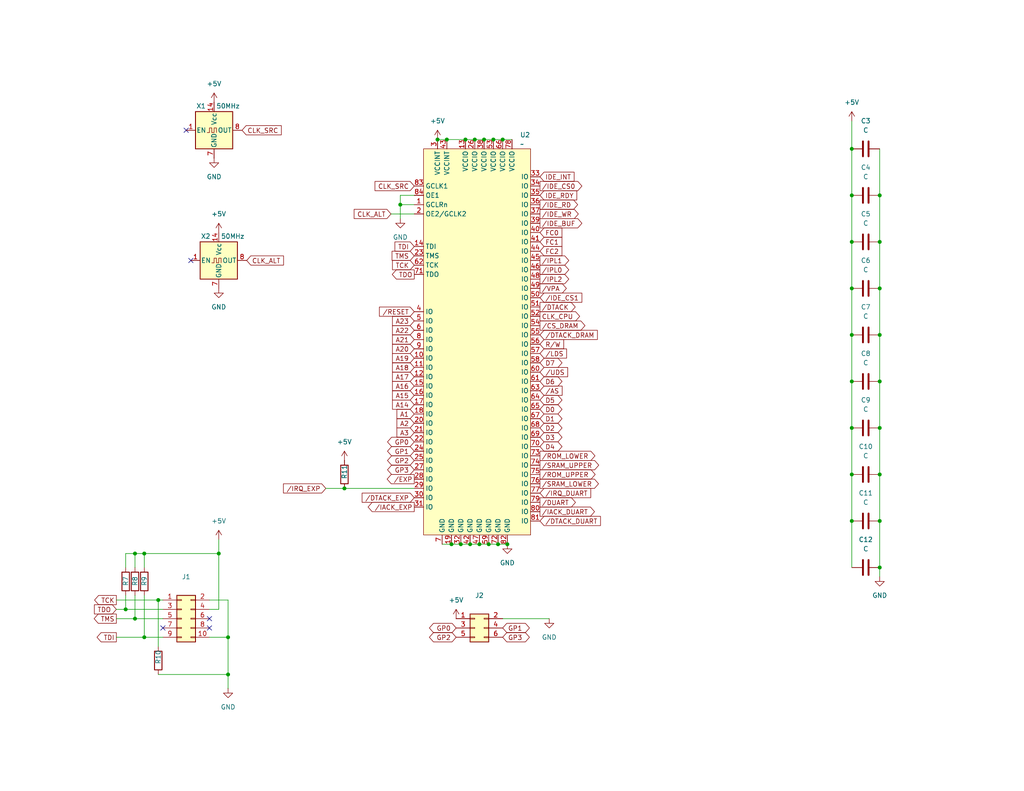
<source format=kicad_sch>
(kicad_sch (version 20231120) (generator "eeschema") (generator_version "8.0")
  (paper "A")
  (title_block (title "Mackerel-10 SBC v1.1") (date "2024-10-27") (rev "1.1a") (company "Colin Maykish"))
  (lib_symbols
    (symbol "Connector_Generic:Conn_02x03_Odd_Even" (pin_names (offset 1.016) hide)
      (property "Reference" "J" (at 1.27 5.08 0))
      (property "Value" "Conn_02x03_Odd_Even" (at 1.27 -5.08 0))
      (symbol "Conn_02x03_Odd_Even_1_1"
        (rectangle (start -1.27 -2.413) (end 0 -2.667) (stroke (width 0.1524)))
        (rectangle (start -1.27 0.127) (end 0 -0.127) (stroke (width 0.1524)))
        (rectangle (start -1.27 2.667) (end 0 2.413) (stroke (width 0.1524)))
        (rectangle (start -1.27 3.81) (end 3.81 -3.81) (stroke (width 0.254)) (fill (type background)))
        (rectangle (start 3.81 -2.413) (end 2.54 -2.667) (stroke (width 0.1524)))
        (rectangle (start 3.81 0.127) (end 2.54 -0.127) (stroke (width 0.1524)))
        (rectangle (start 3.81 2.667) (end 2.54 2.413) (stroke (width 0.1524)))
        (pin passive line (at -5.08 2.54 0) (length 3.81) (name "Pin_1") (number "1"))
        (pin passive line (at 7.62 2.54 180) (length 3.81) (name "Pin_2") (number "2"))
        (pin passive line (at -5.08 0 0) (length 3.81) (name "Pin_3") (number "3"))
        (pin passive line (at 7.62 0 180) (length 3.81) (name "Pin_4") (number "4"))
        (pin passive line (at -5.08 -2.54 0) (length 3.81) (name "Pin_5") (number "5"))
        (pin passive line (at 7.62 -2.54 180) (length 3.81) (name "Pin_6") (number "6"))
      )
    )
    (symbol "Connector_Generic:Conn_02x05_Odd_Even" (pin_names (offset 1.016) hide)
      (property "Reference" "J" (at 1.27 7.62 0))
      (property "Value" "Conn_02x05_Odd_Even" (at 1.27 -7.62 0))
      (symbol "Conn_02x05_Odd_Even_1_1"
        (rectangle (start -1.27 -4.953) (end 0 -5.207) (stroke (width 0.1524)))
        (rectangle (start -1.27 -2.413) (end 0 -2.667) (stroke (width 0.1524)))
        (rectangle (start -1.27 0.127) (end 0 -0.127) (stroke (width 0.1524)))
        (rectangle (start -1.27 2.667) (end 0 2.413) (stroke (width 0.1524)))
        (rectangle (start -1.27 5.207) (end 0 4.953) (stroke (width 0.1524)))
        (rectangle (start -1.27 6.35) (end 3.81 -6.35) (stroke (width 0.254)) (fill (type background)))
        (rectangle (start 3.81 -4.953) (end 2.54 -5.207) (stroke (width 0.1524)))
        (rectangle (start 3.81 -2.413) (end 2.54 -2.667) (stroke (width 0.1524)))
        (rectangle (start 3.81 0.127) (end 2.54 -0.127) (stroke (width 0.1524)))
        (rectangle (start 3.81 2.667) (end 2.54 2.413) (stroke (width 0.1524)))
        (rectangle (start 3.81 5.207) (end 2.54 4.953) (stroke (width 0.1524)))
        (pin passive line (at -5.08 5.08 0) (length 3.81) (name "Pin_1") (number "1"))
        (pin passive line (at 7.62 -5.08 180) (length 3.81) (name "Pin_10") (number "10"))
        (pin passive line (at 7.62 5.08 180) (length 3.81) (name "Pin_2") (number "2"))
        (pin passive line (at -5.08 2.54 0) (length 3.81) (name "Pin_3") (number "3"))
        (pin passive line (at 7.62 2.54 180) (length 3.81) (name "Pin_4") (number "4"))
        (pin passive line (at -5.08 0 0) (length 3.81) (name "Pin_5") (number "5"))
        (pin passive line (at 7.62 0 180) (length 3.81) (name "Pin_6") (number "6"))
        (pin passive line (at -5.08 -2.54 0) (length 3.81) (name "Pin_7") (number "7"))
        (pin passive line (at 7.62 -2.54 180) (length 3.81) (name "Pin_8") (number "8"))
        (pin passive line (at -5.08 -5.08 0) (length 3.81) (name "Pin_9") (number "9"))
      )
    )
    (symbol "Device:C" (pin_numbers hide) (pin_names (offset 0.254))
      (property "Reference" "C" (at 0.635 2.54 0))
      (property "Value" "C" (at 0.635 -2.54 0))
      (symbol "C_0_1"
        (polyline (pts (xy -2.032 -0.762) (xy 2.032 -0.762)) (stroke (width 0.508)))
        (polyline (pts (xy -2.032 0.762) (xy 2.032 0.762)) (stroke (width 0.508)))
      )
      (symbol "C_1_1"
        (pin passive line (at 0 3.81 270) (length 2.794) (name "~") (number "1"))
        (pin passive line (at 0 -3.81 90) (length 2.794) (name "~") (number "2"))
      )
    )
    (symbol "Device:R" (pin_numbers hide) (pin_names (offset 0))
      (property "Reference" "R" (at 2.032 0 90))
      (property "Value" "R" (at 0 0 90))
      (symbol "R_0_1"
        (rectangle (start -1.016 -2.54) (end 1.016 2.54) (stroke (width 0.254)))
      )
      (symbol "R_1_1"
        (pin passive line (at 0 3.81 270) (length 1.27) (name "~") (number "1"))
        (pin passive line (at 0 -3.81 90) (length 1.27) (name "~") (number "2"))
      )
    )
    (symbol "Oscillator:CXO_DIP14" (pin_names (offset 0.254))
      (property "Reference" "X" (at -5.08 6.35 0))
      (property "Value" "CXO_DIP14" (at 1.27 -6.35 0))
      (symbol "CXO_DIP14_0_1"
        (rectangle (start -5.08 5.08) (end 5.08 -5.08) (stroke (width 0.254)) (fill (type background)))
        (polyline (pts (xy -1.905 -0.635) (xy -1.27 -0.635) (xy -1.27 0.635) (xy -0.635 0.635) (xy -0.635 -0.635) (xy 0 -0.635) (xy 0 0.635) (xy 0.635 0.635) (xy 0.635 -0.635)))
      )
      (symbol "CXO_DIP14_1_1"
        (pin input line (at -7.62 0 0) (length 2.54) (name "EN") (number "1"))
        (pin power_in line (at 0 7.62 270) (length 2.54) (name "Vcc") (number "14"))
        (pin power_in line (at 0 -7.62 90) (length 2.54) (name "GND") (number "7"))
        (pin output line (at 7.62 0 180) (length 2.54) (name "OUT") (number "8"))
      )
    )
    (symbol "mackerel-68k-symbols:EPM7128SLC"
      (property "Reference" "U" (at 12.192 55.118 0))
      (symbol "EPM7128SLC_1_1"
        (rectangle (start -15.24 53.34) (end 13.97 -52.07) (fill (type background)))
        (pin input line (at -17.78 38.1 0) (length 2.54) (name "GCLRn") (number "1"))
        (pin bidirectional line (at -17.78 -3.81 0) (length 2.54) (name "IO") (number "10"))
        (pin bidirectional line (at -17.78 -6.35 0) (length 2.54) (name "IO") (number "11"))
        (pin bidirectional line (at -17.78 -8.89 0) (length 2.54) (name "IO") (number "12"))
        (pin power_in line (at -3.81 55.88 270) (length 2.54) (name "VCCIO") (number "13"))
        (pin bidirectional line (at -17.78 26.67 0) (length 2.54) (name "TDI") (number "14"))
        (pin bidirectional line (at -17.78 -11.43 0) (length 2.54) (name "IO") (number "15"))
        (pin bidirectional line (at -17.78 -13.97 0) (length 2.54) (name "IO") (number "16"))
        (pin bidirectional line (at -17.78 -16.51 0) (length 2.54) (name "IO") (number "17"))
        (pin bidirectional line (at -17.78 -19.05 0) (length 2.54) (name "IO") (number "18"))
        (pin power_in line (at -7.62 -54.61 90) (length 2.54) (name "GND") (number "19"))
        (pin input line (at -17.78 35.56 0) (length 2.54) (name "OE2/GCLK2") (number "2"))
        (pin bidirectional line (at -17.78 -21.59 0) (length 2.54) (name "IO") (number "20"))
        (pin bidirectional line (at -17.78 -24.13 0) (length 2.54) (name "IO") (number "21"))
        (pin bidirectional line (at -17.78 -26.67 0) (length 2.54) (name "IO") (number "22"))
        (pin bidirectional line (at -17.78 24.13 0) (length 2.54) (name "TMS") (number "23"))
        (pin bidirectional line (at -17.78 -29.21 0) (length 2.54) (name "IO") (number "24"))
        (pin bidirectional line (at -17.78 -31.75 0) (length 2.54) (name "IO") (number "25"))
        (pin power_in line (at -1.27 55.88 270) (length 2.54) (name "VCCIO") (number "26"))
        (pin bidirectional line (at -17.78 -34.29 0) (length 2.54) (name "IO") (number "27"))
        (pin bidirectional line (at -17.78 -36.83 0) (length 2.54) (name "IO") (number "28"))
        (pin bidirectional line (at -17.78 -39.37 0) (length 2.54) (name "IO") (number "29"))
        (pin power_in line (at -11.43 55.88 270) (length 2.54) (name "VCCINT") (number "3"))
        (pin bidirectional line (at -17.78 -41.91 0) (length 2.54) (name "IO") (number "30"))
        (pin bidirectional line (at -17.78 -44.45 0) (length 2.54) (name "IO") (number "31"))
        (pin power_in line (at -5.08 -54.61 90) (length 2.54) (name "GND") (number "32"))
        (pin bidirectional line (at 16.51 45.72 180) (length 2.54) (name "IO") (number "33"))
        (pin bidirectional line (at 16.51 43.18 180) (length 2.54) (name "IO") (number "34"))
        (pin bidirectional line (at 16.51 40.64 180) (length 2.54) (name "IO") (number "35"))
        (pin bidirectional line (at 16.51 38.1 180) (length 2.54) (name "IO") (number "36"))
        (pin bidirectional line (at 16.51 35.56 180) (length 2.54) (name "IO") (number "37"))
        (pin power_in line (at 1.27 55.88 270) (length 2.54) (name "VCCIO") (number "38"))
        (pin bidirectional line (at 16.51 33.02 180) (length 2.54) (name "IO") (number "39"))
        (pin bidirectional line (at -17.78 8.89 0) (length 2.54) (name "IO") (number "4"))
        (pin bidirectional line (at 16.51 30.48 180) (length 2.54) (name "IO") (number "40"))
        (pin bidirectional line (at 16.51 27.94 180) (length 2.54) (name "IO") (number "41"))
        (pin power_in line (at -2.54 -54.61 90) (length 2.54) (name "GND") (number "42"))
        (pin power_in line (at -8.89 55.88 270) (length 2.54) (name "VCCINT") (number "43"))
        (pin bidirectional line (at 16.51 25.4 180) (length 2.54) (name "IO") (number "44"))
        (pin bidirectional line (at 16.51 22.86 180) (length 2.54) (name "IO") (number "45"))
        (pin bidirectional line (at 16.51 20.32 180) (length 2.54) (name "IO") (number "46"))
        (pin power_in line (at 0 -54.61 90) (length 2.54) (name "GND") (number "47"))
        (pin bidirectional line (at 16.51 17.78 180) (length 2.54) (name "IO") (number "48"))
        (pin bidirectional line (at 16.51 15.24 180) (length 2.54) (name "IO") (number "49"))
        (pin bidirectional line (at -17.78 6.35 0) (length 2.54) (name "IO") (number "5"))
        (pin bidirectional line (at 16.51 12.7 180) (length 2.54) (name "IO") (number "50"))
        (pin bidirectional line (at 16.51 10.16 180) (length 2.54) (name "IO") (number "51"))
        (pin bidirectional line (at 16.51 7.62 180) (length 2.54) (name "IO") (number "52"))
        (pin power_in line (at 3.81 55.88 270) (length 2.54) (name "VCCIO") (number "53"))
        (pin bidirectional line (at 16.51 5.08 180) (length 2.54) (name "IO") (number "54"))
        (pin bidirectional line (at 16.51 2.54 180) (length 2.54) (name "IO") (number "55"))
        (pin bidirectional line (at 16.51 0 180) (length 2.54) (name "IO") (number "56"))
        (pin bidirectional line (at 16.51 -2.54 180) (length 2.54) (name "IO") (number "57"))
        (pin bidirectional line (at 16.51 -5.08 180) (length 2.54) (name "IO") (number "58"))
        (pin power_in line (at 2.54 -54.61 90) (length 2.54) (name "GND") (number "59"))
        (pin bidirectional line (at -17.78 3.81 0) (length 2.54) (name "IO") (number "6"))
        (pin bidirectional line (at 16.51 -7.62 180) (length 2.54) (name "IO") (number "60"))
        (pin bidirectional line (at 16.51 -10.16 180) (length 2.54) (name "IO") (number "61"))
        (pin bidirectional line (at -17.78 21.59 0) (length 2.54) (name "TCK") (number "62"))
        (pin bidirectional line (at 16.51 -12.7 180) (length 2.54) (name "IO") (number "63"))
        (pin bidirectional line (at 16.51 -15.24 180) (length 2.54) (name "IO") (number "64"))
        (pin bidirectional line (at 16.51 -17.78 180) (length 2.54) (name "IO") (number "65"))
        (pin power_in line (at 6.35 55.88 270) (length 2.54) (name "VCCIO") (number "66"))
        (pin bidirectional line (at 16.51 -20.32 180) (length 2.54) (name "IO") (number "67"))
        (pin bidirectional line (at 16.51 -22.86 180) (length 2.54) (name "IO") (number "68"))
        (pin bidirectional line (at 16.51 -25.4 180) (length 2.54) (name "IO") (number "69"))
        (pin power_in line (at -10.16 -54.61 90) (length 2.54) (name "GND") (number "7"))
        (pin bidirectional line (at 16.51 -27.94 180) (length 2.54) (name "IO") (number "70"))
        (pin bidirectional line (at -17.78 19.05 0) (length 2.54) (name "TDO") (number "71"))
        (pin power_in line (at 5.08 -54.61 90) (length 2.54) (name "GND") (number "72"))
        (pin bidirectional line (at 16.51 -30.48 180) (length 2.54) (name "IO") (number "73"))
        (pin bidirectional line (at 16.51 -33.02 180) (length 2.54) (name "IO") (number "74"))
        (pin bidirectional line (at 16.51 -35.56 180) (length 2.54) (name "IO") (number "75"))
        (pin bidirectional line (at 16.51 -38.1 180) (length 2.54) (name "IO") (number "76"))
        (pin bidirectional line (at 16.51 -40.64 180) (length 2.54) (name "IO") (number "77"))
        (pin power_in line (at 8.89 55.88 270) (length 2.54) (name "VCCIO") (number "78"))
        (pin bidirectional line (at 16.51 -43.18 180) (length 2.54) (name "IO") (number "79"))
        (pin bidirectional line (at -17.78 1.27 0) (length 2.54) (name "IO") (number "8"))
        (pin bidirectional line (at 16.51 -45.72 180) (length 2.54) (name "IO") (number "80"))
        (pin bidirectional line (at 16.51 -48.26 180) (length 2.54) (name "IO") (number "81"))
        (pin power_in line (at 7.62 -54.61 90) (length 2.54) (name "GND") (number "82"))
        (pin input line (at -17.78 43.18 0) (length 2.54) (name "GCLK1") (number "83"))
        (pin input line (at -17.78 40.64 0) (length 2.54) (name "OE1") (number "84"))
        (pin bidirectional line (at -17.78 -1.27 0) (length 2.54) (name "IO") (number "9"))
      )
    )
    (symbol "power:+5V" (power) (pin_numbers hide) (pin_names (offset 0) hide)
      (property "Value" "+5V" (at 0 3.556 0))
      (symbol "+5V_0_1"
        (polyline (pts (xy -0.762 1.27) (xy 0 2.54)))
        (polyline (pts (xy 0 0) (xy 0 2.54)))
        (polyline (pts (xy 0 2.54) (xy 0.762 1.27)))
      )
      (symbol "+5V_1_1"
        (pin power_in line (at 0 0 90) (length 0) (name "~") (number "1"))
      )
    )
    (symbol "power:GND" (power) (pin_numbers hide) (pin_names (offset 0) hide)
      (property "Value" "GND" (at 0 -3.81 0))
      (symbol "GND_0_1"
        (polyline (pts (xy 0 0) (xy 0 -1.27) (xy 1.27 -1.27) (xy 0 -2.54) (xy -1.27 -1.27) (xy 0 -1.27)))
      )
      (symbol "GND_1_1"
        (pin power_in line (at 0 0 270) (length 0) (name "~") (number "1"))
      )
    )
  )
  (junction (at 232.41 53.34))
  (junction (at 240.03 129.54))
  (junction (at 240.03 91.44))
  (junction (at 34.29 166.37))
  (junction (at 125.73 148.59))
  (junction (at 123.19 148.59))
  (junction (at 134.62 38.1))
  (junction (at 39.37 151.13))
  (junction (at 129.54 38.1))
  (junction (at 62.23 184.15))
  (junction (at 240.03 142.24))
  (junction (at 232.41 104.14))
  (junction (at 133.35 148.59))
  (junction (at 36.83 168.91))
  (junction (at 138.43 148.59))
  (junction (at 137.16 38.1))
  (junction (at 240.03 53.34))
  (junction (at 232.41 91.44))
  (junction (at 240.03 78.74))
  (junction (at 232.41 78.74))
  (junction (at 240.03 116.84))
  (junction (at 43.18 163.83))
  (junction (at 232.41 129.54))
  (junction (at 232.41 40.64))
  (junction (at 240.03 66.04))
  (junction (at 59.69 151.13))
  (junction (at 132.08 38.1))
  (junction (at 130.81 148.59))
  (junction (at 39.37 173.99))
  (junction (at 240.03 154.94))
  (junction (at 128.27 148.59))
  (junction (at 62.23 173.99))
  (junction (at 232.41 66.04))
  (junction (at 121.92 38.1))
  (junction (at 232.41 116.84))
  (junction (at 127 38.1))
  (junction (at 232.41 142.24))
  (junction (at 36.83 151.13))
  (junction (at 135.89 148.59))
  (junction (at 93.98 133.35))
  (junction (at 109.22 55.88))
  (junction (at 240.03 104.14))
  (junction (at 119.38 38.1))
  (no_connect (at 57.15 171.45))
  (no_connect (at 50.8 35.56))
  (no_connect (at 57.15 168.91))
  (no_connect (at 44.45 171.45))
  (no_connect (at 52.07 71.12))
  (wire (pts (xy 109.22 55.88) (xy 109.22 59.69)))
  (wire (pts (xy 106.68 58.42) (xy 113.03 58.42)))
  (wire (pts (xy 135.89 148.59) (xy 138.43 148.59)))
  (wire (pts (xy 127 38.1) (xy 129.54 38.1)))
  (wire (pts (xy 88.9 133.35) (xy 93.98 133.35)))
  (wire (pts (xy 36.83 154.94) (xy 36.83 151.13)))
  (wire (pts (xy 232.41 33.02) (xy 232.41 40.64)))
  (wire (pts (xy 232.41 142.24) (xy 232.41 154.94)))
  (wire (pts (xy 132.08 38.1) (xy 134.62 38.1)))
  (wire (pts (xy 43.18 184.15) (xy 62.23 184.15)))
  (wire (pts (xy 119.38 38.1) (xy 121.92 38.1)))
  (wire (pts (xy 36.83 151.13) (xy 39.37 151.13)))
  (wire (pts (xy 125.73 148.59) (xy 128.27 148.59)))
  (wire (pts (xy 31.75 173.99) (xy 39.37 173.99)))
  (wire (pts (xy 232.41 66.04) (xy 232.41 78.74)))
  (wire (pts (xy 34.29 162.56) (xy 34.29 166.37)))
  (wire (pts (xy 93.98 133.35) (xy 113.03 133.35)))
  (wire (pts (xy 34.29 151.13) (xy 36.83 151.13)))
  (wire (pts (xy 62.23 173.99) (xy 57.15 173.99)))
  (wire (pts (xy 109.22 53.34) (xy 113.03 53.34)))
  (wire (pts (xy 232.41 40.64) (xy 232.41 53.34)))
  (wire (pts (xy 109.22 55.88) (xy 113.03 55.88)))
  (wire (pts (xy 39.37 151.13) (xy 59.69 151.13)))
  (wire (pts (xy 240.03 53.34) (xy 240.03 66.04)))
  (wire (pts (xy 36.83 168.91) (xy 44.45 168.91)))
  (wire (pts (xy 134.62 38.1) (xy 137.16 38.1)))
  (wire (pts (xy 34.29 154.94) (xy 34.29 151.13)))
  (wire (pts (xy 43.18 163.83) (xy 43.18 176.53)))
  (wire (pts (xy 57.15 163.83) (xy 62.23 163.83)))
  (wire (pts (xy 240.03 40.64) (xy 240.03 53.34)))
  (wire (pts (xy 240.03 104.14) (xy 240.03 116.84)))
  (wire (pts (xy 39.37 162.56) (xy 39.37 173.99)))
  (wire (pts (xy 43.18 163.83) (xy 44.45 163.83)))
  (wire (pts (xy 34.29 166.37) (xy 44.45 166.37)))
  (wire (pts (xy 109.22 55.88) (xy 109.22 53.34)))
  (wire (pts (xy 59.69 151.13) (xy 59.69 166.37)))
  (wire (pts (xy 120.65 148.59) (xy 123.19 148.59)))
  (wire (pts (xy 240.03 154.94) (xy 240.03 142.24)))
  (wire (pts (xy 240.03 142.24) (xy 240.03 129.54)))
  (wire (pts (xy 133.35 148.59) (xy 135.89 148.59)))
  (wire (pts (xy 232.41 129.54) (xy 232.41 142.24)))
  (wire (pts (xy 232.41 91.44) (xy 232.41 104.14)))
  (wire (pts (xy 240.03 157.48) (xy 240.03 154.94)))
  (wire (pts (xy 232.41 53.34) (xy 232.41 66.04)))
  (wire (pts (xy 240.03 78.74) (xy 240.03 91.44)))
  (wire (pts (xy 59.69 166.37) (xy 57.15 166.37)))
  (wire (pts (xy 240.03 66.04) (xy 240.03 78.74)))
  (wire (pts (xy 31.75 163.83) (xy 43.18 163.83)))
  (wire (pts (xy 149.86 168.91) (xy 137.16 168.91)))
  (wire (pts (xy 39.37 154.94) (xy 39.37 151.13)))
  (wire (pts (xy 240.03 91.44) (xy 240.03 104.14)))
  (wire (pts (xy 240.03 116.84) (xy 240.03 129.54)))
  (wire (pts (xy 31.75 168.91) (xy 36.83 168.91)))
  (wire (pts (xy 62.23 184.15) (xy 62.23 173.99)))
  (wire (pts (xy 128.27 148.59) (xy 130.81 148.59)))
  (wire (pts (xy 36.83 162.56) (xy 36.83 168.91)))
  (wire (pts (xy 59.69 147.32) (xy 59.69 151.13)))
  (wire (pts (xy 129.54 38.1) (xy 132.08 38.1)))
  (wire (pts (xy 232.41 116.84) (xy 232.41 129.54)))
  (wire (pts (xy 62.23 163.83) (xy 62.23 173.99)))
  (wire (pts (xy 123.19 148.59) (xy 125.73 148.59)))
  (wire (pts (xy 62.23 187.96) (xy 62.23 184.15)))
  (wire (pts (xy 232.41 104.14) (xy 232.41 116.84)))
  (wire (pts (xy 232.41 78.74) (xy 232.41 91.44)))
  (wire (pts (xy 39.37 173.99) (xy 44.45 173.99)))
  (wire (pts (xy 130.81 148.59) (xy 133.35 148.59)))
  (wire (pts (xy 137.16 38.1) (xy 139.7 38.1)))
  (wire (pts (xy 31.75 166.37) (xy 34.29 166.37)))
  (wire (pts (xy 121.92 38.1) (xy 127 38.1)))
  (global_label "CLK_ALT" (shape input) (at 67.31 71.12 0) (property "Intersheetrefs" "${INTERSHEET_REFS}" (effects (hide yes))))
  (global_label "D7" (shape bidirectional) (at 147.32 99.06 0) (property "Intersheetrefs" "${INTERSHEET_REFS}" (effects (hide yes))))
  (global_label "{slash}IRQ_EXP" (shape input) (at 88.9 133.35 180) (property "Intersheetrefs" "${INTERSHEET_REFS}" (effects (hide yes))))
  (global_label "TDI" (shape output) (at 31.75 173.99 180) (property "Intersheetrefs" "${INTERSHEET_REFS}" (effects (hide yes))))
  (global_label "A2" (shape input) (at 113.03 115.57 180) (property "Intersheetrefs" "${INTERSHEET_REFS}" (effects (hide yes))))
  (global_label "{slash}IACK_EXP" (shape output) (at 113.03 138.43 180) (property "Intersheetrefs" "${INTERSHEET_REFS}" (effects (hide yes))))
  (global_label "{slash}SRAM_LOWER" (shape output) (at 147.32 132.08 0) (property "Intersheetrefs" "${INTERSHEET_REFS}" (effects (hide yes))))
  (global_label "GP3" (shape bidirectional) (at 113.03 128.27 180) (property "Intersheetrefs" "${INTERSHEET_REFS}" (effects (hide yes))))
  (global_label "A1" (shape input) (at 113.03 113.03 180) (property "Intersheetrefs" "${INTERSHEET_REFS}" (effects (hide yes))))
  (global_label "FC1" (shape input) (at 147.32 66.04 0) (property "Intersheetrefs" "${INTERSHEET_REFS}" (effects (hide yes))))
  (global_label "{slash}IPL0" (shape output) (at 147.32 73.66 0) (property "Intersheetrefs" "${INTERSHEET_REFS}" (effects (hide yes))))
  (global_label "{slash}IDE_CS0" (shape output) (at 147.32 50.8 0) (property "Intersheetrefs" "${INTERSHEET_REFS}" (effects (hide yes))))
  (global_label "D2" (shape bidirectional) (at 147.32 116.84 0) (property "Intersheetrefs" "${INTERSHEET_REFS}" (effects (hide yes))))
  (global_label "{slash}IACK_DUART" (shape output) (at 147.32 139.7 0) (property "Intersheetrefs" "${INTERSHEET_REFS}" (effects (hide yes))))
  (global_label "A23" (shape input) (at 113.03 87.63 180) (property "Intersheetrefs" "${INTERSHEET_REFS}" (effects (hide yes))))
  (global_label "GP3" (shape bidirectional) (at 137.16 173.99 0) (property "Intersheetrefs" "${INTERSHEET_REFS}" (effects (hide yes))))
  (global_label "A16" (shape input) (at 113.03 105.41 180) (property "Intersheetrefs" "${INTERSHEET_REFS}" (effects (hide yes))))
  (global_label "A21" (shape input) (at 113.03 92.71 180) (property "Intersheetrefs" "${INTERSHEET_REFS}" (effects (hide yes))))
  (global_label "{slash}EXP" (shape output) (at 113.03 130.81 180) (property "Intersheetrefs" "${INTERSHEET_REFS}" (effects (hide yes))))
  (global_label "TMS" (shape output) (at 31.75 168.91 180) (property "Intersheetrefs" "${INTERSHEET_REFS}" (effects (hide yes))))
  (global_label "D0" (shape bidirectional) (at 147.32 111.76 0) (property "Intersheetrefs" "${INTERSHEET_REFS}" (effects (hide yes))))
  (global_label "{slash}SRAM_UPPER" (shape output) (at 147.32 127 0) (property "Intersheetrefs" "${INTERSHEET_REFS}" (effects (hide yes))))
  (global_label "{slash}VPA" (shape output) (at 147.32 78.74 0) (property "Intersheetrefs" "${INTERSHEET_REFS}" (effects (hide yes))))
  (global_label "TDO" (shape input) (at 31.75 166.37 180) (property "Intersheetrefs" "${INTERSHEET_REFS}" (effects (hide yes))))
  (global_label "D5" (shape bidirectional) (at 147.32 109.22 0) (property "Intersheetrefs" "${INTERSHEET_REFS}" (effects (hide yes))))
  (global_label "CLK_CPU" (shape output) (at 147.32 86.36 0) (property "Intersheetrefs" "${INTERSHEET_REFS}" (effects (hide yes))))
  (global_label "TDI" (shape input) (at 113.03 67.31 180) (property "Intersheetrefs" "${INTERSHEET_REFS}" (effects (hide yes))))
  (global_label "{slash}DTACK_EXP" (shape input) (at 113.03 135.89 180) (property "Intersheetrefs" "${INTERSHEET_REFS}" (effects (hide yes))))
  (global_label "{slash}RESET" (shape input) (at 113.03 85.09 180) (property "Intersheetrefs" "${INTERSHEET_REFS}" (effects (hide yes))))
  (global_label "FC0" (shape input) (at 147.32 63.5 0) (property "Intersheetrefs" "${INTERSHEET_REFS}" (effects (hide yes))))
  (global_label "{slash}CS_DRAM" (shape output) (at 147.32 88.9 0) (property "Intersheetrefs" "${INTERSHEET_REFS}" (effects (hide yes))))
  (global_label "A3" (shape input) (at 113.03 118.11 180) (property "Intersheetrefs" "${INTERSHEET_REFS}" (effects (hide yes))))
  (global_label "{slash}UDS" (shape input) (at 147.32 101.6 0) (property "Intersheetrefs" "${INTERSHEET_REFS}" (effects (hide yes))))
  (global_label "TCK" (shape output) (at 31.75 163.83 180) (property "Intersheetrefs" "${INTERSHEET_REFS}" (effects (hide yes))))
  (global_label "A14" (shape input) (at 113.03 110.49 180) (property "Intersheetrefs" "${INTERSHEET_REFS}" (effects (hide yes))))
  (global_label "{slash}AS" (shape input) (at 147.32 106.68 0) (property "Intersheetrefs" "${INTERSHEET_REFS}" (effects (hide yes))))
  (global_label "D1" (shape bidirectional) (at 147.32 114.3 0) (property "Intersheetrefs" "${INTERSHEET_REFS}" (effects (hide yes))))
  (global_label "{slash}ROM_UPPER" (shape output) (at 147.32 129.54 0) (property "Intersheetrefs" "${INTERSHEET_REFS}" (effects (hide yes))))
  (global_label "CLK_ALT" (shape input) (at 106.68 58.42 180) (property "Intersheetrefs" "${INTERSHEET_REFS}" (effects (hide yes))))
  (global_label "{slash}IDE_BUF" (shape output) (at 147.32 60.96 0) (property "Intersheetrefs" "${INTERSHEET_REFS}" (effects (hide yes))))
  (global_label "IDE_RDY" (shape input) (at 147.32 53.34 0) (property "Intersheetrefs" "${INTERSHEET_REFS}" (effects (hide yes))))
  (global_label "{slash}IPL1" (shape output) (at 147.32 71.12 0) (property "Intersheetrefs" "${INTERSHEET_REFS}" (effects (hide yes))))
  (global_label "A17" (shape input) (at 113.03 102.87 180) (property "Intersheetrefs" "${INTERSHEET_REFS}" (effects (hide yes))))
  (global_label "{slash}LDS" (shape input) (at 147.32 96.52 0) (property "Intersheetrefs" "${INTERSHEET_REFS}" (effects (hide yes))))
  (global_label "CLK_SRC" (shape input) (at 66.04 35.56 0) (property "Intersheetrefs" "${INTERSHEET_REFS}" (effects (hide yes))))
  (global_label "{slash}IDE_CS1" (shape input) (at 147.32 81.28 0) (property "Intersheetrefs" "${INTERSHEET_REFS}" (effects (hide yes))))
  (global_label "D6" (shape bidirectional) (at 147.32 104.14 0) (property "Intersheetrefs" "${INTERSHEET_REFS}" (effects (hide yes))))
  (global_label "D3" (shape bidirectional) (at 147.32 119.38 0) (property "Intersheetrefs" "${INTERSHEET_REFS}" (effects (hide yes))))
  (global_label "{slash}IDE_WR" (shape output) (at 147.32 58.42 0) (property "Intersheetrefs" "${INTERSHEET_REFS}" (effects (hide yes))))
  (global_label "{slash}DTACK_DUART" (shape input) (at 147.32 142.24 0) (property "Intersheetrefs" "${INTERSHEET_REFS}" (effects (hide yes))))
  (global_label "{slash}IPL2" (shape output) (at 147.32 76.2 0) (property "Intersheetrefs" "${INTERSHEET_REFS}" (effects (hide yes))))
  (global_label "{slash}DTACK_DRAM" (shape input) (at 147.32 91.44 0) (property "Intersheetrefs" "${INTERSHEET_REFS}" (effects (hide yes))))
  (global_label "IDE_INT" (shape input) (at 147.32 48.26 0) (property "Intersheetrefs" "${INTERSHEET_REFS}" (effects (hide yes))))
  (global_label "GP1" (shape bidirectional) (at 137.16 171.45 0) (property "Intersheetrefs" "${INTERSHEET_REFS}" (effects (hide yes))))
  (global_label "FC2" (shape input) (at 147.32 68.58 0) (property "Intersheetrefs" "${INTERSHEET_REFS}" (effects (hide yes))))
  (global_label "A20" (shape input) (at 113.03 95.25 180) (property "Intersheetrefs" "${INTERSHEET_REFS}" (effects (hide yes))))
  (global_label "GP2" (shape bidirectional) (at 113.03 125.73 180) (property "Intersheetrefs" "${INTERSHEET_REFS}" (effects (hide yes))))
  (global_label "A18" (shape input) (at 113.03 100.33 180) (property "Intersheetrefs" "${INTERSHEET_REFS}" (effects (hide yes))))
  (global_label "{slash}ROM_LOWER" (shape output) (at 147.32 124.46 0) (property "Intersheetrefs" "${INTERSHEET_REFS}" (effects (hide yes))))
  (global_label "CLK_SRC" (shape input) (at 113.03 50.8 180) (property "Intersheetrefs" "${INTERSHEET_REFS}" (effects (hide yes))))
  (global_label "GP0" (shape bidirectional) (at 124.46 171.45 180) (property "Intersheetrefs" "${INTERSHEET_REFS}" (effects (hide yes))))
  (global_label "{slash}IRQ_DUART" (shape input) (at 147.32 134.62 0) (property "Intersheetrefs" "${INTERSHEET_REFS}" (effects (hide yes))))
  (global_label "A15" (shape input) (at 113.03 107.95 180) (property "Intersheetrefs" "${INTERSHEET_REFS}" (effects (hide yes))))
  (global_label "{slash}IDE_RD" (shape output) (at 147.32 55.88 0) (property "Intersheetrefs" "${INTERSHEET_REFS}" (effects (hide yes))))
  (global_label "TCK" (shape input) (at 113.03 72.39 180) (property "Intersheetrefs" "${INTERSHEET_REFS}" (effects (hide yes))))
  (global_label "GP2" (shape bidirectional) (at 124.46 173.99 180) (property "Intersheetrefs" "${INTERSHEET_REFS}" (effects (hide yes))))
  (global_label "GP1" (shape bidirectional) (at 113.03 123.19 180) (property "Intersheetrefs" "${INTERSHEET_REFS}" (effects (hide yes))))
  (global_label "A22" (shape input) (at 113.03 90.17 180) (property "Intersheetrefs" "${INTERSHEET_REFS}" (effects (hide yes))))
  (global_label "A19" (shape input) (at 113.03 97.79 180) (property "Intersheetrefs" "${INTERSHEET_REFS}" (effects (hide yes))))
  (global_label "TMS" (shape input) (at 113.03 69.85 180) (property "Intersheetrefs" "${INTERSHEET_REFS}" (effects (hide yes))))
  (global_label "D4" (shape bidirectional) (at 147.32 121.92 0) (property "Intersheetrefs" "${INTERSHEET_REFS}" (effects (hide yes))))
  (global_label "{slash}DTACK" (shape output) (at 147.32 83.82 0) (property "Intersheetrefs" "${INTERSHEET_REFS}" (effects (hide yes))))
  (global_label "{slash}DUART" (shape output) (at 147.32 137.16 0) (property "Intersheetrefs" "${INTERSHEET_REFS}" (effects (hide yes))))
  (global_label "GP0" (shape bidirectional) (at 113.03 120.65 180) (property "Intersheetrefs" "${INTERSHEET_REFS}" (effects (hide yes))))
  (global_label "TDO" (shape output) (at 113.03 74.93 180) (property "Intersheetrefs" "${INTERSHEET_REFS}" (effects (hide yes))))
  (global_label "R{slash}W" (shape input) (at 147.32 93.98 0) (property "Intersheetrefs" "${INTERSHEET_REFS}" (effects (hide yes))))
  (symbol (lib_id "power:GND") (at 62.23 187.96 0) (unit 1)
    (property "Reference" "#PWR010" (effects (hide yes)))
    (property "Value" "GND" (at 62.23 193.04 0))
    (property "Description" "Power symbol creates a global label with name \"GND\" , ground" (effects (hide yes)))
  )
  (symbol (lib_id "power:GND") (at 59.69 78.74 0) (unit 1)
    (property "Reference" "#PWR08" (effects (hide yes)))
    (property "Value" "GND" (at 59.69 83.82 0))
    (property "Description" "Power symbol creates a global label with name \"GND\" , ground" (effects (hide yes)))
  )
  (symbol (lib_id "Oscillator:CXO_DIP14") (at 58.42 35.56 0) (unit 1)
    (property "Reference" "X1" (at 54.864 28.956 0))
    (property "Value" "50MHz" (at 62.23 28.956 0))
    (property "Footprint" "Oscillator:Oscillator_DIP-14" (effects (hide yes)))
    (property "Datasheet" "http://cdn-reichelt.de/documents/datenblatt/B400/OSZI.pdf" (effects (hide yes)))
    (property "Description" "Crystal Clock Oscillator, DIP14-style metal package" (effects (hide yes)))
  )
  (symbol (lib_id "Connector_Generic:Conn_02x05_Odd_Even") (at 49.53 168.91 0) (unit 1)
    (property "Reference" "J1" (at 50.8 157.48 0))
    (property "Value" "Conn_02x05_Odd_Even" (effects (hide yes)))
    (property "Footprint" "Connector_IDC:IDC-Header_2x05_P2.54mm_Vertical" (effects (hide yes)))
    (property "Description" "Generic connector, double row, 02x05, odd/even pin numbering scheme (row 1 odd numbers, row 2 even numbers), script generated (kicad-library-utils/schlib/autogen/connector/)" (effects (hide yes)))
  )
  (symbol (lib_id "Device:C") (at 236.22 53.34 90) (unit 1)
    (property "Reference" "C4" (at 236.22 45.72 90))
    (property "Value" "C" (at 236.22 48.26 90))
    (property "Footprint" "Capacitor_THT:C_Disc_D4.3mm_W1.9mm_P5.00mm" (effects (hide yes)))
    (property "Description" "Unpolarized capacitor" (effects (hide yes)))
  )
  (symbol (lib_id "Device:R") (at 34.29 158.75 0) (unit 1)
    (property "Reference" "R7" (at 34.29 160.02 90) (effects (justify left)))
    (property "Value" "R" (effects (hide yes)))
    (property "Footprint" "Resistor_THT:R_Axial_DIN0207_L6.3mm_D2.5mm_P7.62mm_Horizontal" (effects (hide yes)))
    (property "Description" "Resistor" (effects (hide yes)))
  )
  (symbol (lib_id "power:GND") (at 149.86 168.91 0) (unit 1)
    (property "Reference" "#PWR016" (effects (hide yes)))
    (property "Value" "GND" (at 149.86 173.99 0))
    (property "Description" "Power symbol creates a global label with name \"GND\" , ground" (effects (hide yes)))
  )
  (symbol (lib_id "Device:C") (at 236.22 154.94 270) (unit 1)
    (property "Reference" "C12" (at 236.22 147.32 90))
    (property "Value" "C" (at 236.22 149.86 90))
    (property "Footprint" "Capacitor_THT:C_Disc_D4.3mm_W1.9mm_P5.00mm" (effects (hide yes)))
    (property "Description" "Unpolarized capacitor" (effects (hide yes)))
  )
  (symbol (lib_id "mackerel-68k-symbols:EPM7128SLC") (at 130.81 93.98 0) (unit 1)
    (property "Reference" "U2" (at 141.8941 36.83 0) (effects (justify left)))
    (property "Value" "~" (at 141.8941 39.37 0) (effects (justify left)))
    (property "Footprint" "Package_LCC:PLCC-84_THT-Socket" (effects (hide yes)))
  )
  (symbol (lib_id "power:GND") (at 138.43 148.59 0) (unit 1)
    (property "Reference" "#PWR015" (effects (hide yes)))
    (property "Value" "GND" (at 138.43 153.67 0))
    (property "Description" "Power symbol creates a global label with name \"GND\" , ground" (effects (hide yes)))
  )
  (symbol (lib_id "power:+5V") (at 232.41 33.02 0) (unit 1)
    (property "Reference" "#PWR017" (effects (hide yes)))
    (property "Value" "+5V" (at 232.41 27.94 0))
    (property "Description" "Power symbol creates a global label with name \"+5V\"" (effects (hide yes)))
  )
  (symbol (lib_id "Device:R") (at 36.83 158.75 0) (unit 1)
    (property "Reference" "R8" (at 36.83 160.02 90) (effects (justify left)))
    (property "Value" "R" (effects (hide yes)))
    (property "Footprint" "Resistor_THT:R_Axial_DIN0207_L6.3mm_D2.5mm_P7.62mm_Horizontal" (effects (hide yes)))
    (property "Description" "Resistor" (effects (hide yes)))
  )
  (symbol (lib_id "power:+5V") (at 93.98 125.73 0) (unit 1)
    (property "Reference" "#PWR011" (effects (hide yes)))
    (property "Value" "+5V" (at 93.98 120.65 0))
    (property "Description" "Power symbol creates a global label with name \"+5V\"" (effects (hide yes)))
  )
  (symbol (lib_id "Oscillator:CXO_DIP14") (at 59.69 71.12 0) (unit 1)
    (property "Reference" "X2" (at 56.134 64.516 0))
    (property "Value" "50MHz" (at 63.5 64.516 0))
    (property "Footprint" "Oscillator:Oscillator_DIP-14" (effects (hide yes)))
    (property "Datasheet" "http://cdn-reichelt.de/documents/datenblatt/B400/OSZI.pdf" (effects (hide yes)))
    (property "Description" "Crystal Clock Oscillator, DIP14-style metal package" (effects (hide yes)))
  )
  (symbol (lib_id "Device:C") (at 236.22 78.74 90) (unit 1)
    (property "Reference" "C6" (at 236.22 71.12 90))
    (property "Value" "C" (at 236.22 73.66 90))
    (property "Footprint" "Capacitor_THT:C_Disc_D4.3mm_W1.9mm_P5.00mm" (effects (hide yes)))
    (property "Description" "Unpolarized capacitor" (effects (hide yes)))
  )
  (symbol (lib_id "Device:C") (at 236.22 40.64 90) (unit 1)
    (property "Reference" "C3" (at 236.22 33.02 90))
    (property "Value" "C" (at 236.22 35.56 90))
    (property "Footprint" "Capacitor_THT:C_Disc_D4.3mm_W1.9mm_P5.00mm" (effects (hide yes)))
    (property "Description" "Unpolarized capacitor" (effects (hide yes)))
  )
  (symbol (lib_id "Device:R") (at 93.98 129.54 180) (unit 1)
    (property "Reference" "R11" (at 93.98 130.81 90) (effects (justify right)))
    (property "Value" "R" (effects (hide yes)))
    (property "Footprint" "Resistor_THT:R_Axial_DIN0207_L6.3mm_D2.5mm_P7.62mm_Horizontal" (effects (hide yes)))
    (property "Description" "Resistor" (effects (hide yes)))
  )
  (symbol (lib_id "Connector_Generic:Conn_02x03_Odd_Even") (at 129.54 171.45 0) (unit 1)
    (property "Reference" "J2" (at 130.81 162.56 0))
    (property "Value" "Conn_02x03_Odd_Even" (effects (hide yes)))
    (property "Footprint" "Connector_PinHeader_2.54mm:PinHeader_2x03_P2.54mm_Vertical" (effects (hide yes)))
    (property "Description" "Generic connector, double row, 02x03, odd/even pin numbering scheme (row 1 odd numbers, row 2 even numbers), script generated (kicad-library-utils/schlib/autogen/connector/)" (effects (hide yes)))
  )
  (symbol (lib_id "Device:R") (at 39.37 158.75 0) (unit 1)
    (property "Reference" "R9" (at 39.37 160.02 90) (effects (justify left)))
    (property "Value" "R" (effects (hide yes)))
    (property "Footprint" "Resistor_THT:R_Axial_DIN0207_L6.3mm_D2.5mm_P7.62mm_Horizontal" (effects (hide yes)))
    (property "Description" "Resistor" (effects (hide yes)))
  )
  (symbol (lib_id "Device:C") (at 236.22 142.24 270) (unit 1)
    (property "Reference" "C11" (at 236.22 134.62 90))
    (property "Value" "C" (at 236.22 137.16 90))
    (property "Footprint" "Capacitor_THT:C_Disc_D4.3mm_W1.9mm_P5.00mm" (effects (hide yes)))
    (property "Description" "Unpolarized capacitor" (effects (hide yes)))
  )
  (symbol (lib_id "power:GND") (at 58.42 43.18 0) (unit 1)
    (property "Reference" "#PWR06" (effects (hide yes)))
    (property "Value" "GND" (at 58.42 48.26 0))
    (property "Description" "Power symbol creates a global label with name \"GND\" , ground" (effects (hide yes)))
  )
  (symbol (lib_id "power:+5V") (at 59.69 147.32 0) (unit 1)
    (property "Reference" "#PWR09" (effects (hide yes)))
    (property "Value" "+5V" (at 59.69 142.24 0))
    (property "Description" "Power symbol creates a global label with name \"+5V\"" (effects (hide yes)))
  )
  (symbol (lib_id "power:+5V") (at 124.46 168.91 0) (unit 1)
    (property "Reference" "#PWR014" (effects (hide yes)))
    (property "Value" "+5V" (at 124.46 163.83 0))
    (property "Description" "Power symbol creates a global label with name \"+5V\"" (effects (hide yes)))
  )
  (symbol (lib_id "Device:C") (at 236.22 129.54 270) (unit 1)
    (property "Reference" "C10" (at 236.22 121.92 90))
    (property "Value" "C" (at 236.22 124.46 90))
    (property "Footprint" "Capacitor_THT:C_Disc_D4.3mm_W1.9mm_P5.00mm" (effects (hide yes)))
    (property "Description" "Unpolarized capacitor" (effects (hide yes)))
  )
  (symbol (lib_id "power:+5V") (at 119.38 38.1 0) (unit 1)
    (property "Reference" "#PWR013" (effects (hide yes)))
    (property "Value" "+5V" (at 119.38 33.02 0))
    (property "Description" "Power symbol creates a global label with name \"+5V\"" (effects (hide yes)))
  )
  (symbol (lib_id "power:GND") (at 109.22 59.69 0) (unit 1)
    (property "Reference" "#PWR012" (effects (hide yes)))
    (property "Value" "GND" (at 109.22 64.77 0))
    (property "Description" "Power symbol creates a global label with name \"GND\" , ground" (effects (hide yes)))
  )
  (symbol (lib_id "power:GND") (at 240.03 157.48 0) (unit 1)
    (property "Reference" "#PWR018" (effects (hide yes)))
    (property "Value" "GND" (at 240.03 162.56 0))
    (property "Description" "Power symbol creates a global label with name \"GND\" , ground" (effects (hide yes)))
  )
  (symbol (lib_id "Device:C") (at 236.22 116.84 270) (unit 1)
    (property "Reference" "C9" (at 236.22 109.22 90))
    (property "Value" "C" (at 236.22 111.76 90))
    (property "Footprint" "Capacitor_THT:C_Disc_D4.3mm_W1.9mm_P5.00mm" (effects (hide yes)))
    (property "Description" "Unpolarized capacitor" (effects (hide yes)))
  )
  (symbol (lib_id "Device:R") (at 43.18 180.34 0) (unit 1)
    (property "Reference" "R10" (at 43.18 181.356 90) (effects (justify left)))
    (property "Value" "R" (effects (hide yes)))
    (property "Footprint" "Resistor_THT:R_Axial_DIN0207_L6.3mm_D2.5mm_P7.62mm_Horizontal" (effects (hide yes)))
    (property "Description" "Resistor" (effects (hide yes)))
  )
  (symbol (lib_id "Device:C") (at 236.22 104.14 270) (unit 1)
    (property "Reference" "C8" (at 236.22 96.52 90))
    (property "Value" "C" (at 236.22 99.06 90))
    (property "Footprint" "Capacitor_THT:C_Disc_D4.3mm_W1.9mm_P5.00mm" (effects (hide yes)))
    (property "Description" "Unpolarized capacitor" (effects (hide yes)))
  )
  (symbol (lib_id "Device:C") (at 236.22 66.04 90) (unit 1)
    (property "Reference" "C5" (at 236.22 58.42 90))
    (property "Value" "C" (at 236.22 60.96 90))
    (property "Footprint" "Capacitor_THT:C_Disc_D4.3mm_W1.9mm_P5.00mm" (effects (hide yes)))
    (property "Description" "Unpolarized capacitor" (effects (hide yes)))
  )
  (symbol (lib_id "power:+5V") (at 58.42 27.94 0) (unit 1)
    (property "Reference" "#PWR05" (effects (hide yes)))
    (property "Value" "+5V" (at 58.42 22.86 0))
    (property "Description" "Power symbol creates a global label with name \"+5V\"" (effects (hide yes)))
  )
  (symbol (lib_id "power:+5V") (at 59.69 63.5 0) (unit 1)
    (property "Reference" "#PWR07" (effects (hide yes)))
    (property "Value" "+5V" (at 59.69 58.42 0))
    (property "Description" "Power symbol creates a global label with name \"+5V\"" (effects (hide yes)))
  )
  (symbol (lib_id "Device:C") (at 236.22 91.44 270) (unit 1)
    (property "Reference" "C7" (at 236.22 83.82 90))
    (property "Value" "C" (at 236.22 86.36 90))
    (property "Footprint" "Capacitor_THT:C_Disc_D4.3mm_W1.9mm_P5.00mm" (effects (hide yes)))
    (property "Description" "Unpolarized capacitor" (effects (hide yes)))
  )
)
</source>
